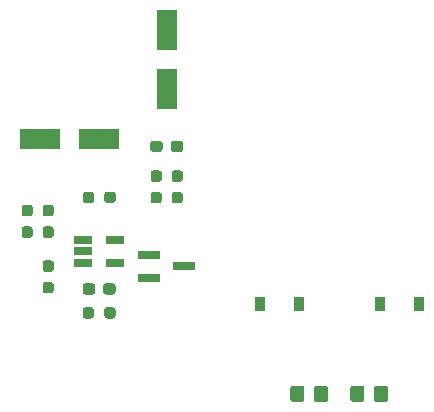
<source format=gbr>
%TF.GenerationSoftware,KiCad,Pcbnew,(5.1.10)-1*%
%TF.CreationDate,2021-09-10T16:42:04-04:00*%
%TF.ProjectId,Z_Brake,5a5f4272-616b-4652-9e6b-696361645f70,rev?*%
%TF.SameCoordinates,Original*%
%TF.FileFunction,Paste,Top*%
%TF.FilePolarity,Positive*%
%FSLAX46Y46*%
G04 Gerber Fmt 4.6, Leading zero omitted, Abs format (unit mm)*
G04 Created by KiCad (PCBNEW (5.1.10)-1) date 2021-09-10 16:42:04*
%MOMM*%
%LPD*%
G01*
G04 APERTURE LIST*
%ADD10R,3.500000X1.800000*%
%ADD11R,0.900000X1.200000*%
%ADD12R,1.800000X3.500000*%
%ADD13R,1.900000X0.800000*%
%ADD14R,1.560000X0.650000*%
G04 APERTURE END LIST*
%TO.C,RV1*%
G36*
G01*
X91040000Y-111944999D02*
X91040000Y-112845001D01*
G75*
G02*
X90790001Y-113095000I-249999J0D01*
G01*
X90089999Y-113095000D01*
G75*
G02*
X89840000Y-112845001I0J249999D01*
G01*
X89840000Y-111944999D01*
G75*
G02*
X90089999Y-111695000I249999J0D01*
G01*
X90790001Y-111695000D01*
G75*
G02*
X91040000Y-111944999I0J-249999D01*
G01*
G37*
G36*
G01*
X93040000Y-111944999D02*
X93040000Y-112845001D01*
G75*
G02*
X92790001Y-113095000I-249999J0D01*
G01*
X92089999Y-113095000D01*
G75*
G02*
X91840000Y-112845001I0J249999D01*
G01*
X91840000Y-111944999D01*
G75*
G02*
X92089999Y-111695000I249999J0D01*
G01*
X92790001Y-111695000D01*
G75*
G02*
X93040000Y-111944999I0J-249999D01*
G01*
G37*
%TD*%
%TO.C,RV2*%
G36*
G01*
X87960000Y-111944999D02*
X87960000Y-112845001D01*
G75*
G02*
X87710001Y-113095000I-249999J0D01*
G01*
X87009999Y-113095000D01*
G75*
G02*
X86760000Y-112845001I0J249999D01*
G01*
X86760000Y-111944999D01*
G75*
G02*
X87009999Y-111695000I249999J0D01*
G01*
X87710001Y-111695000D01*
G75*
G02*
X87960000Y-111944999I0J-249999D01*
G01*
G37*
G36*
G01*
X85960000Y-111944999D02*
X85960000Y-112845001D01*
G75*
G02*
X85710001Y-113095000I-249999J0D01*
G01*
X85009999Y-113095000D01*
G75*
G02*
X84760000Y-112845001I0J249999D01*
G01*
X84760000Y-111944999D01*
G75*
G02*
X85009999Y-111695000I249999J0D01*
G01*
X85710001Y-111695000D01*
G75*
G02*
X85960000Y-111944999I0J-249999D01*
G01*
G37*
%TD*%
%TO.C,C1*%
G36*
G01*
X69980000Y-103267500D02*
X69980000Y-103742500D01*
G75*
G02*
X69742500Y-103980000I-237500J0D01*
G01*
X69142500Y-103980000D01*
G75*
G02*
X68905000Y-103742500I0J237500D01*
G01*
X68905000Y-103267500D01*
G75*
G02*
X69142500Y-103030000I237500J0D01*
G01*
X69742500Y-103030000D01*
G75*
G02*
X69980000Y-103267500I0J-237500D01*
G01*
G37*
G36*
G01*
X68255000Y-103267500D02*
X68255000Y-103742500D01*
G75*
G02*
X68017500Y-103980000I-237500J0D01*
G01*
X67417500Y-103980000D01*
G75*
G02*
X67180000Y-103742500I0J237500D01*
G01*
X67180000Y-103267500D01*
G75*
G02*
X67417500Y-103030000I237500J0D01*
G01*
X68017500Y-103030000D01*
G75*
G02*
X68255000Y-103267500I0J-237500D01*
G01*
G37*
%TD*%
D10*
%TO.C,D1*%
X68540000Y-90805000D03*
X63540000Y-90805000D03*
%TD*%
D11*
%TO.C,D2*%
X92330000Y-104775000D03*
X95630000Y-104775000D03*
%TD*%
%TO.C,D3*%
X85470000Y-104775000D03*
X82170000Y-104775000D03*
%TD*%
%TO.C,D4*%
G36*
G01*
X72895000Y-91677500D02*
X72895000Y-91202500D01*
G75*
G02*
X73132500Y-90965000I237500J0D01*
G01*
X73707500Y-90965000D01*
G75*
G02*
X73945000Y-91202500I0J-237500D01*
G01*
X73945000Y-91677500D01*
G75*
G02*
X73707500Y-91915000I-237500J0D01*
G01*
X73132500Y-91915000D01*
G75*
G02*
X72895000Y-91677500I0J237500D01*
G01*
G37*
G36*
G01*
X74645000Y-91677500D02*
X74645000Y-91202500D01*
G75*
G02*
X74882500Y-90965000I237500J0D01*
G01*
X75457500Y-90965000D01*
G75*
G02*
X75695000Y-91202500I0J-237500D01*
G01*
X75695000Y-91677500D01*
G75*
G02*
X75457500Y-91915000I-237500J0D01*
G01*
X74882500Y-91915000D01*
G75*
G02*
X74645000Y-91677500I0J237500D01*
G01*
G37*
%TD*%
D12*
%TO.C,D5*%
X74295000Y-86574000D03*
X74295000Y-81574000D03*
%TD*%
D13*
%TO.C,Q1*%
X72795000Y-100650000D03*
X72795000Y-102550000D03*
X75795000Y-101600000D03*
%TD*%
%TO.C,R1*%
G36*
G01*
X62246500Y-96390000D02*
X62721500Y-96390000D01*
G75*
G02*
X62959000Y-96627500I0J-237500D01*
G01*
X62959000Y-97127500D01*
G75*
G02*
X62721500Y-97365000I-237500J0D01*
G01*
X62246500Y-97365000D01*
G75*
G02*
X62009000Y-97127500I0J237500D01*
G01*
X62009000Y-96627500D01*
G75*
G02*
X62246500Y-96390000I237500J0D01*
G01*
G37*
G36*
G01*
X62246500Y-98215000D02*
X62721500Y-98215000D01*
G75*
G02*
X62959000Y-98452500I0J-237500D01*
G01*
X62959000Y-98952500D01*
G75*
G02*
X62721500Y-99190000I-237500J0D01*
G01*
X62246500Y-99190000D01*
G75*
G02*
X62009000Y-98952500I0J237500D01*
G01*
X62009000Y-98452500D01*
G75*
G02*
X62246500Y-98215000I237500J0D01*
G01*
G37*
%TD*%
%TO.C,R2*%
G36*
G01*
X64499500Y-103889000D02*
X64024500Y-103889000D01*
G75*
G02*
X63787000Y-103651500I0J237500D01*
G01*
X63787000Y-103151500D01*
G75*
G02*
X64024500Y-102914000I237500J0D01*
G01*
X64499500Y-102914000D01*
G75*
G02*
X64737000Y-103151500I0J-237500D01*
G01*
X64737000Y-103651500D01*
G75*
G02*
X64499500Y-103889000I-237500J0D01*
G01*
G37*
G36*
G01*
X64499500Y-102064000D02*
X64024500Y-102064000D01*
G75*
G02*
X63787000Y-101826500I0J237500D01*
G01*
X63787000Y-101326500D01*
G75*
G02*
X64024500Y-101089000I237500J0D01*
G01*
X64499500Y-101089000D01*
G75*
G02*
X64737000Y-101326500I0J-237500D01*
G01*
X64737000Y-101826500D01*
G75*
G02*
X64499500Y-102064000I-237500J0D01*
G01*
G37*
%TD*%
%TO.C,R3*%
G36*
G01*
X64024500Y-98215000D02*
X64499500Y-98215000D01*
G75*
G02*
X64737000Y-98452500I0J-237500D01*
G01*
X64737000Y-98952500D01*
G75*
G02*
X64499500Y-99190000I-237500J0D01*
G01*
X64024500Y-99190000D01*
G75*
G02*
X63787000Y-98952500I0J237500D01*
G01*
X63787000Y-98452500D01*
G75*
G02*
X64024500Y-98215000I237500J0D01*
G01*
G37*
G36*
G01*
X64024500Y-96390000D02*
X64499500Y-96390000D01*
G75*
G02*
X64737000Y-96627500I0J-237500D01*
G01*
X64737000Y-97127500D01*
G75*
G02*
X64499500Y-97365000I-237500J0D01*
G01*
X64024500Y-97365000D01*
G75*
G02*
X63787000Y-97127500I0J237500D01*
G01*
X63787000Y-96627500D01*
G75*
G02*
X64024500Y-96390000I237500J0D01*
G01*
G37*
%TD*%
%TO.C,R4*%
G36*
G01*
X69980000Y-105299500D02*
X69980000Y-105774500D01*
G75*
G02*
X69742500Y-106012000I-237500J0D01*
G01*
X69242500Y-106012000D01*
G75*
G02*
X69005000Y-105774500I0J237500D01*
G01*
X69005000Y-105299500D01*
G75*
G02*
X69242500Y-105062000I237500J0D01*
G01*
X69742500Y-105062000D01*
G75*
G02*
X69980000Y-105299500I0J-237500D01*
G01*
G37*
G36*
G01*
X68155000Y-105299500D02*
X68155000Y-105774500D01*
G75*
G02*
X67917500Y-106012000I-237500J0D01*
G01*
X67417500Y-106012000D01*
G75*
G02*
X67180000Y-105774500I0J237500D01*
G01*
X67180000Y-105299500D01*
G75*
G02*
X67417500Y-105062000I237500J0D01*
G01*
X67917500Y-105062000D01*
G75*
G02*
X68155000Y-105299500I0J-237500D01*
G01*
G37*
%TD*%
%TO.C,R5*%
G36*
G01*
X69005000Y-95995500D02*
X69005000Y-95520500D01*
G75*
G02*
X69242500Y-95283000I237500J0D01*
G01*
X69742500Y-95283000D01*
G75*
G02*
X69980000Y-95520500I0J-237500D01*
G01*
X69980000Y-95995500D01*
G75*
G02*
X69742500Y-96233000I-237500J0D01*
G01*
X69242500Y-96233000D01*
G75*
G02*
X69005000Y-95995500I0J237500D01*
G01*
G37*
G36*
G01*
X67180000Y-95995500D02*
X67180000Y-95520500D01*
G75*
G02*
X67417500Y-95283000I237500J0D01*
G01*
X67917500Y-95283000D01*
G75*
G02*
X68155000Y-95520500I0J-237500D01*
G01*
X68155000Y-95995500D01*
G75*
G02*
X67917500Y-96233000I-237500J0D01*
G01*
X67417500Y-96233000D01*
G75*
G02*
X67180000Y-95995500I0J237500D01*
G01*
G37*
%TD*%
%TO.C,R6*%
G36*
G01*
X73643500Y-96269000D02*
X73168500Y-96269000D01*
G75*
G02*
X72931000Y-96031500I0J237500D01*
G01*
X72931000Y-95531500D01*
G75*
G02*
X73168500Y-95294000I237500J0D01*
G01*
X73643500Y-95294000D01*
G75*
G02*
X73881000Y-95531500I0J-237500D01*
G01*
X73881000Y-96031500D01*
G75*
G02*
X73643500Y-96269000I-237500J0D01*
G01*
G37*
G36*
G01*
X73643500Y-94444000D02*
X73168500Y-94444000D01*
G75*
G02*
X72931000Y-94206500I0J237500D01*
G01*
X72931000Y-93706500D01*
G75*
G02*
X73168500Y-93469000I237500J0D01*
G01*
X73643500Y-93469000D01*
G75*
G02*
X73881000Y-93706500I0J-237500D01*
G01*
X73881000Y-94206500D01*
G75*
G02*
X73643500Y-94444000I-237500J0D01*
G01*
G37*
%TD*%
%TO.C,R7*%
G36*
G01*
X74946500Y-95294000D02*
X75421500Y-95294000D01*
G75*
G02*
X75659000Y-95531500I0J-237500D01*
G01*
X75659000Y-96031500D01*
G75*
G02*
X75421500Y-96269000I-237500J0D01*
G01*
X74946500Y-96269000D01*
G75*
G02*
X74709000Y-96031500I0J237500D01*
G01*
X74709000Y-95531500D01*
G75*
G02*
X74946500Y-95294000I237500J0D01*
G01*
G37*
G36*
G01*
X74946500Y-93469000D02*
X75421500Y-93469000D01*
G75*
G02*
X75659000Y-93706500I0J-237500D01*
G01*
X75659000Y-94206500D01*
G75*
G02*
X75421500Y-94444000I-237500J0D01*
G01*
X74946500Y-94444000D01*
G75*
G02*
X74709000Y-94206500I0J237500D01*
G01*
X74709000Y-93706500D01*
G75*
G02*
X74946500Y-93469000I237500J0D01*
G01*
G37*
%TD*%
D14*
%TO.C,U1*%
X67230000Y-99380000D03*
X67230000Y-100330000D03*
X67230000Y-101280000D03*
X69930000Y-101280000D03*
X69930000Y-99380000D03*
%TD*%
M02*

</source>
